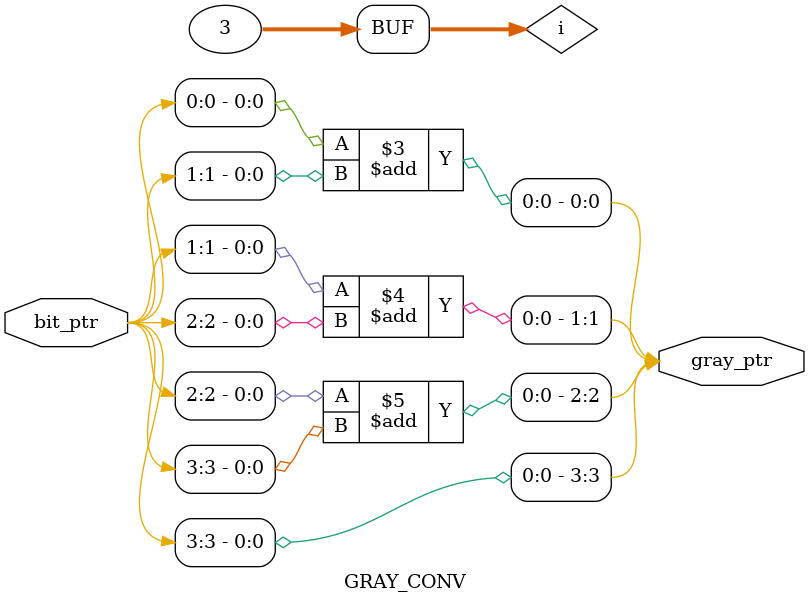
<source format=v>

module GRAY_CONV  #( parameter PTR_WIDTH = 4 )
  ( input   wire  [PTR_WIDTH-1:0]   bit_ptr   ,
    output  reg   [PTR_WIDTH-1:0]   gray_ptr  );
    
  // control loop variable
  integer i;
  
  // conversion always block
  always @(*)
  begin
    for(i = 0; i < PTR_WIDTH-1; i = i + 1)
    begin
      gray_ptr[i] = bit_ptr[i] + bit_ptr[i+1];
    end
    gray_ptr[PTR_WIDTH-1] = bit_ptr[PTR_WIDTH-1];    // the MSB is kept the same
  end
endmodule

</source>
